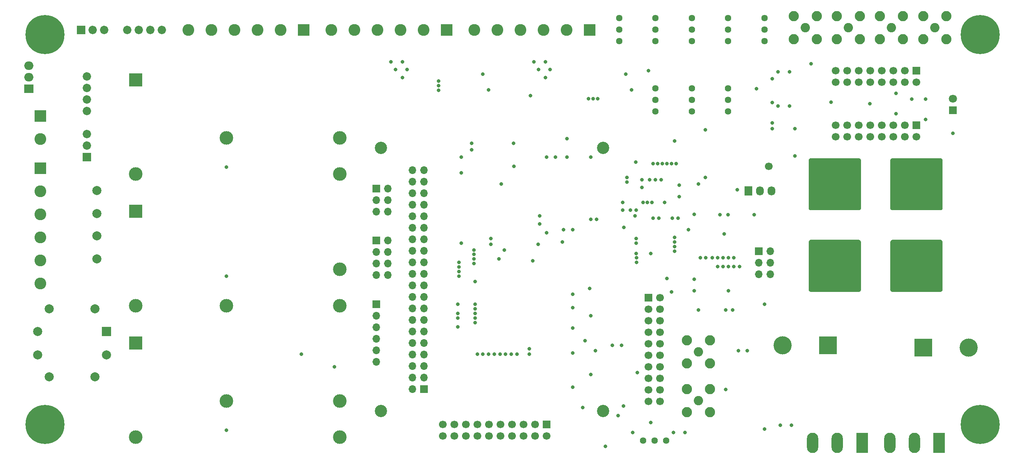
<source format=gbr>
G04 #@! TF.GenerationSoftware,KiCad,Pcbnew,5.1.7+dfsg1-1~bpo10+1*
G04 #@! TF.CreationDate,2020-10-25T22:46:56+01:00*
G04 #@! TF.ProjectId,RF-AMP-CNTLR_V1,52462d41-4d50-42d4-934e-544c525f5631,rev?*
G04 #@! TF.SameCoordinates,Original*
G04 #@! TF.FileFunction,Soldermask,Top*
G04 #@! TF.FilePolarity,Negative*
%FSLAX46Y46*%
G04 Gerber Fmt 4.6, Leading zero omitted, Abs format (unit mm)*
G04 Created by KiCad (PCBNEW 5.1.7+dfsg1-1~bpo10+1) date 2020-10-25 22:46:56*
%MOMM*%
%LPD*%
G01*
G04 APERTURE LIST*
%ADD10C,2.700000*%
%ADD11R,2.000000X2.000000*%
%ADD12C,2.000000*%
%ADD13C,1.850000*%
%ADD14R,1.850000X1.850000*%
%ADD15C,8.600000*%
%ADD16C,3.000000*%
%ADD17R,3.000000X3.000000*%
%ADD18C,2.600000*%
%ADD19R,2.600000X2.600000*%
%ADD20R,1.800000X1.800000*%
%ADD21C,1.800000*%
%ADD22R,1.700000X1.700000*%
%ADD23C,1.700000*%
%ADD24O,1.700000X1.700000*%
%ADD25R,4.000000X4.000000*%
%ADD26C,4.000000*%
%ADD27C,2.250000*%
%ADD28C,2.050000*%
%ADD29O,2.500000X4.500000*%
%ADD30R,2.500000X4.500000*%
%ADD31C,1.440000*%
%ADD32R,2.000000X1.905000*%
%ADD33O,2.000000X1.905000*%
%ADD34C,3.200000*%
%ADD35C,0.100000*%
%ADD36R,1.730000X2.030000*%
%ADD37O,1.730000X2.030000*%
%ADD38C,0.800000*%
G04 APERTURE END LIST*
D10*
X150000000Y-140000000D03*
D11*
X40600000Y-122500000D03*
D12*
X40600000Y-127600000D03*
X25400000Y-122500000D03*
X25400000Y-127600000D03*
D13*
X45160000Y-56000000D03*
X40080000Y-56000000D03*
X52780000Y-56000000D03*
X50240000Y-56000000D03*
X47700000Y-56000000D03*
X37540000Y-56000000D03*
D14*
X35000000Y-56000000D03*
D10*
X150000000Y-82000000D03*
X101000000Y-82000000D03*
X101000000Y-140000000D03*
D15*
X27000000Y-143000000D03*
X233000000Y-143000000D03*
X233000000Y-57000000D03*
X27000000Y-57000000D03*
D12*
X28000000Y-117500000D03*
X38000000Y-117500000D03*
X38000000Y-132500000D03*
X28000000Y-132500000D03*
D16*
X92000000Y-87800000D03*
X47000000Y-87800000D03*
X92000000Y-79800000D03*
D17*
X47000000Y-67000000D03*
X47000000Y-96000000D03*
D16*
X92000000Y-108800000D03*
X47000000Y-116800000D03*
X92000000Y-116800000D03*
X92000000Y-145800000D03*
X47000000Y-145800000D03*
X92000000Y-137800000D03*
D17*
X47000000Y-125000000D03*
D12*
X38500000Y-96500000D03*
X38500000Y-91420000D03*
X38500000Y-101420000D03*
X38500000Y-106500000D03*
D18*
X26000000Y-111900000D03*
X26000000Y-106820000D03*
X26000000Y-101740000D03*
X26000000Y-96660000D03*
X26000000Y-91580000D03*
D19*
X26000000Y-86500000D03*
X84000000Y-56000000D03*
D18*
X78920000Y-56000000D03*
X73840000Y-56000000D03*
X68760000Y-56000000D03*
X63680000Y-56000000D03*
X58600000Y-56000000D03*
D19*
X26000000Y-75000000D03*
D18*
X26000000Y-80080000D03*
D19*
X115500000Y-56000000D03*
D18*
X110420000Y-56000000D03*
X105340000Y-56000000D03*
X100260000Y-56000000D03*
X95180000Y-56000000D03*
X90100000Y-56000000D03*
X121600000Y-56000000D03*
X126680000Y-56000000D03*
X131760000Y-56000000D03*
X136840000Y-56000000D03*
X141920000Y-56000000D03*
D19*
X147000000Y-56000000D03*
D20*
X227000000Y-73750000D03*
D21*
X227000000Y-71210000D03*
D22*
X219000000Y-77000000D03*
D23*
X219000000Y-79540000D03*
X216460000Y-77000000D03*
X216460000Y-79540000D03*
X213920000Y-77000000D03*
X213920000Y-79540000D03*
X211380000Y-77000000D03*
X211380000Y-79540000D03*
X208840000Y-77000000D03*
X208840000Y-79540000D03*
X206300000Y-77000000D03*
X206300000Y-79540000D03*
X203760000Y-77000000D03*
X203760000Y-79540000D03*
X201220000Y-77000000D03*
X201220000Y-79540000D03*
X201220000Y-67540000D03*
X201220000Y-65000000D03*
X203760000Y-67540000D03*
X203760000Y-65000000D03*
X206300000Y-67540000D03*
X206300000Y-65000000D03*
X208840000Y-67540000D03*
X208840000Y-65000000D03*
X211380000Y-67540000D03*
X211380000Y-65000000D03*
X213920000Y-67540000D03*
X213920000Y-65000000D03*
X216460000Y-67540000D03*
X216460000Y-65000000D03*
X219000000Y-67540000D03*
D22*
X219000000Y-65000000D03*
X110500000Y-135200000D03*
D24*
X107960000Y-135200000D03*
X110500000Y-132660000D03*
X107960000Y-132660000D03*
X110500000Y-130120000D03*
X107960000Y-130120000D03*
X110500000Y-127580000D03*
X107960000Y-127580000D03*
X110500000Y-125040000D03*
X107960000Y-125040000D03*
X110500000Y-122500000D03*
X107960000Y-122500000D03*
X110500000Y-119960000D03*
X107960000Y-119960000D03*
X110500000Y-117420000D03*
X107960000Y-117420000D03*
X110500000Y-114880000D03*
X107960000Y-114880000D03*
X110500000Y-112340000D03*
X107960000Y-112340000D03*
X110500000Y-109800000D03*
X107960000Y-109800000D03*
X110500000Y-107260000D03*
X107960000Y-107260000D03*
X110500000Y-104720000D03*
X107960000Y-104720000D03*
X110500000Y-102180000D03*
X107960000Y-102180000D03*
X110500000Y-99640000D03*
X107960000Y-99640000D03*
X110500000Y-97100000D03*
X107960000Y-97100000D03*
X110500000Y-94560000D03*
X107960000Y-94560000D03*
X110500000Y-92020000D03*
X107960000Y-92020000D03*
X110500000Y-89480000D03*
X107960000Y-89480000D03*
X110500000Y-86940000D03*
X107960000Y-86940000D03*
D14*
X36250000Y-84000000D03*
D13*
X36250000Y-81460000D03*
X36250000Y-71300000D03*
X36250000Y-68760000D03*
X36250000Y-66220000D03*
X36250000Y-78920000D03*
X36250000Y-73840000D03*
D25*
X199500000Y-125500000D03*
D26*
X189500000Y-125500000D03*
X230500000Y-126000000D03*
D25*
X220500000Y-126000000D03*
D27*
X220460000Y-52960000D03*
X225540000Y-52960000D03*
X225540000Y-58040000D03*
X220460000Y-58040000D03*
D28*
X223000000Y-55500000D03*
X213500000Y-55500000D03*
D27*
X210960000Y-58040000D03*
X216040000Y-58040000D03*
X216040000Y-52960000D03*
X210960000Y-52960000D03*
X201460000Y-52960000D03*
X206540000Y-52960000D03*
X206540000Y-58040000D03*
X201460000Y-58040000D03*
D28*
X204000000Y-55500000D03*
X194500000Y-55500000D03*
D27*
X191960000Y-58040000D03*
X197040000Y-58040000D03*
X197040000Y-52960000D03*
X191960000Y-52960000D03*
X168460000Y-140290000D03*
X168460000Y-135210000D03*
X173540000Y-135210000D03*
X173540000Y-140290000D03*
D28*
X171000000Y-137750000D03*
X171000000Y-127000000D03*
D27*
X173540000Y-129540000D03*
X173540000Y-124460000D03*
X168460000Y-124460000D03*
X168460000Y-129540000D03*
D23*
X162540000Y-137860000D03*
X160000000Y-137860000D03*
X162540000Y-135320000D03*
X160000000Y-135320000D03*
X162540000Y-132780000D03*
X160000000Y-132780000D03*
X162540000Y-130240000D03*
X160000000Y-130240000D03*
X162540000Y-127700000D03*
X160000000Y-127700000D03*
X162540000Y-125160000D03*
X160000000Y-125160000D03*
X162540000Y-122620000D03*
X160000000Y-122620000D03*
X162540000Y-120080000D03*
X160000000Y-120080000D03*
X162540000Y-117540000D03*
X160000000Y-117540000D03*
X162540000Y-115000000D03*
D22*
X160000000Y-115000000D03*
X137500000Y-143000000D03*
D23*
X137500000Y-145540000D03*
X134960000Y-143000000D03*
X134960000Y-145540000D03*
X132420000Y-143000000D03*
X132420000Y-145540000D03*
X129880000Y-143000000D03*
X129880000Y-145540000D03*
X127340000Y-143000000D03*
X127340000Y-145540000D03*
X124800000Y-143000000D03*
X124800000Y-145540000D03*
X122260000Y-143000000D03*
X122260000Y-145540000D03*
X119720000Y-143000000D03*
X119720000Y-145540000D03*
X117180000Y-143000000D03*
X117180000Y-145540000D03*
X114640000Y-143000000D03*
X114640000Y-145540000D03*
D22*
X100000000Y-102380000D03*
D24*
X102540000Y-102380000D03*
X100000000Y-104920000D03*
X102540000Y-104920000D03*
X100000000Y-107460000D03*
X102540000Y-107460000D03*
X100000000Y-110000000D03*
X102540000Y-110000000D03*
D22*
X100000000Y-116500000D03*
D24*
X100000000Y-119040000D03*
X100000000Y-121580000D03*
X100000000Y-124120000D03*
X100000000Y-126660000D03*
X100000000Y-129200000D03*
X186790000Y-109830000D03*
X184250000Y-109830000D03*
X186790000Y-107290000D03*
X184250000Y-107290000D03*
X186790000Y-104750000D03*
D22*
X184250000Y-104750000D03*
X100000000Y-91000000D03*
D24*
X102540000Y-91000000D03*
X100000000Y-93540000D03*
X102540000Y-93540000D03*
X100000000Y-96080000D03*
X102540000Y-96080000D03*
D29*
X213100000Y-147000000D03*
X218550000Y-147000000D03*
D30*
X224000000Y-147000000D03*
X207000000Y-147000000D03*
D29*
X201550000Y-147000000D03*
X196100000Y-147000000D03*
D31*
X185500000Y-58500000D03*
X185500000Y-55960000D03*
X185500000Y-53420000D03*
X177500000Y-58500000D03*
X177500000Y-55960000D03*
X177500000Y-53420000D03*
X169500000Y-68920000D03*
X169500000Y-71460000D03*
X169500000Y-74000000D03*
X161500000Y-53420000D03*
X161500000Y-55960000D03*
X161500000Y-58500000D03*
X153500000Y-58500000D03*
X153500000Y-55960000D03*
X153500000Y-53420000D03*
X163830000Y-146500000D03*
X161290000Y-146500000D03*
X158750000Y-146500000D03*
X169500000Y-58500000D03*
X169500000Y-55960000D03*
X169500000Y-53420000D03*
X177500000Y-68920000D03*
X177500000Y-71460000D03*
X177500000Y-74000000D03*
X161500000Y-74000000D03*
X161500000Y-71460000D03*
X161500000Y-68920000D03*
D32*
X23500000Y-69000000D03*
D33*
X23500000Y-66460000D03*
X23500000Y-63920000D03*
D34*
X197000000Y-104000000D03*
X205000000Y-104000000D03*
X197000000Y-112000000D03*
X205000000Y-112000000D03*
D35*
G36*
X206347545Y-102259607D02*
G01*
X206441342Y-102288060D01*
X206527785Y-102334265D01*
X206603553Y-102396447D01*
X206665735Y-102472215D01*
X206711940Y-102558658D01*
X206740393Y-102652455D01*
X206750000Y-102750000D01*
X206750000Y-113250000D01*
X206740393Y-113347545D01*
X206711940Y-113441342D01*
X206665735Y-113527785D01*
X206603553Y-113603553D01*
X206527785Y-113665735D01*
X206441342Y-113711940D01*
X206347545Y-113740393D01*
X206250000Y-113750000D01*
X195750000Y-113750000D01*
X195652455Y-113740393D01*
X195558658Y-113711940D01*
X195472215Y-113665735D01*
X195396447Y-113603553D01*
X195334265Y-113527785D01*
X195288060Y-113441342D01*
X195259607Y-113347545D01*
X195250000Y-113250000D01*
X195250000Y-102750000D01*
X195259607Y-102652455D01*
X195288060Y-102558658D01*
X195334265Y-102472215D01*
X195396447Y-102396447D01*
X195472215Y-102334265D01*
X195558658Y-102288060D01*
X195652455Y-102259607D01*
X195750000Y-102250000D01*
X206250000Y-102250000D01*
X206347545Y-102259607D01*
G37*
G36*
X206347545Y-84259607D02*
G01*
X206441342Y-84288060D01*
X206527785Y-84334265D01*
X206603553Y-84396447D01*
X206665735Y-84472215D01*
X206711940Y-84558658D01*
X206740393Y-84652455D01*
X206750000Y-84750000D01*
X206750000Y-95250000D01*
X206740393Y-95347545D01*
X206711940Y-95441342D01*
X206665735Y-95527785D01*
X206603553Y-95603553D01*
X206527785Y-95665735D01*
X206441342Y-95711940D01*
X206347545Y-95740393D01*
X206250000Y-95750000D01*
X195750000Y-95750000D01*
X195652455Y-95740393D01*
X195558658Y-95711940D01*
X195472215Y-95665735D01*
X195396447Y-95603553D01*
X195334265Y-95527785D01*
X195288060Y-95441342D01*
X195259607Y-95347545D01*
X195250000Y-95250000D01*
X195250000Y-84750000D01*
X195259607Y-84652455D01*
X195288060Y-84558658D01*
X195334265Y-84472215D01*
X195396447Y-84396447D01*
X195472215Y-84334265D01*
X195558658Y-84288060D01*
X195652455Y-84259607D01*
X195750000Y-84250000D01*
X206250000Y-84250000D01*
X206347545Y-84259607D01*
G37*
D34*
X205000000Y-94000000D03*
X197000000Y-94000000D03*
X205000000Y-86000000D03*
X197000000Y-86000000D03*
X215000000Y-104000000D03*
X223000000Y-104000000D03*
X215000000Y-112000000D03*
X223000000Y-112000000D03*
D35*
G36*
X224347545Y-102259607D02*
G01*
X224441342Y-102288060D01*
X224527785Y-102334265D01*
X224603553Y-102396447D01*
X224665735Y-102472215D01*
X224711940Y-102558658D01*
X224740393Y-102652455D01*
X224750000Y-102750000D01*
X224750000Y-113250000D01*
X224740393Y-113347545D01*
X224711940Y-113441342D01*
X224665735Y-113527785D01*
X224603553Y-113603553D01*
X224527785Y-113665735D01*
X224441342Y-113711940D01*
X224347545Y-113740393D01*
X224250000Y-113750000D01*
X213750000Y-113750000D01*
X213652455Y-113740393D01*
X213558658Y-113711940D01*
X213472215Y-113665735D01*
X213396447Y-113603553D01*
X213334265Y-113527785D01*
X213288060Y-113441342D01*
X213259607Y-113347545D01*
X213250000Y-113250000D01*
X213250000Y-102750000D01*
X213259607Y-102652455D01*
X213288060Y-102558658D01*
X213334265Y-102472215D01*
X213396447Y-102396447D01*
X213472215Y-102334265D01*
X213558658Y-102288060D01*
X213652455Y-102259607D01*
X213750000Y-102250000D01*
X224250000Y-102250000D01*
X224347545Y-102259607D01*
G37*
G36*
X224347545Y-84259607D02*
G01*
X224441342Y-84288060D01*
X224527785Y-84334265D01*
X224603553Y-84396447D01*
X224665735Y-84472215D01*
X224711940Y-84558658D01*
X224740393Y-84652455D01*
X224750000Y-84750000D01*
X224750000Y-95250000D01*
X224740393Y-95347545D01*
X224711940Y-95441342D01*
X224665735Y-95527785D01*
X224603553Y-95603553D01*
X224527785Y-95665735D01*
X224441342Y-95711940D01*
X224347545Y-95740393D01*
X224250000Y-95750000D01*
X213750000Y-95750000D01*
X213652455Y-95740393D01*
X213558658Y-95711940D01*
X213472215Y-95665735D01*
X213396447Y-95603553D01*
X213334265Y-95527785D01*
X213288060Y-95441342D01*
X213259607Y-95347545D01*
X213250000Y-95250000D01*
X213250000Y-84750000D01*
X213259607Y-84652455D01*
X213288060Y-84558658D01*
X213334265Y-84472215D01*
X213396447Y-84396447D01*
X213472215Y-84334265D01*
X213558658Y-84288060D01*
X213652455Y-84259607D01*
X213750000Y-84250000D01*
X224250000Y-84250000D01*
X224347545Y-84259607D01*
G37*
D34*
X223000000Y-94000000D03*
X215000000Y-94000000D03*
X223000000Y-86000000D03*
X215000000Y-86000000D03*
D36*
X182000000Y-91500000D03*
D37*
X184540000Y-91500000D03*
X187080000Y-91500000D03*
D38*
X179500000Y-91250000D03*
X200200000Y-71900000D03*
X191000000Y-72750000D03*
X191000000Y-65250000D03*
X154250000Y-94000000D03*
X163500000Y-94000000D03*
X158500000Y-90750000D03*
X160500000Y-142500000D03*
X147000000Y-113000000D03*
X146000000Y-124500000D03*
X148250000Y-126750000D03*
X154000000Y-125500000D03*
X137500000Y-84000000D03*
X136000000Y-97000000D03*
X130250000Y-81000000D03*
X137500000Y-100750000D03*
X90750000Y-130250000D03*
X83500000Y-127500000D03*
X135750000Y-64750000D03*
X104250000Y-64750000D03*
X127500000Y-90000000D03*
X133750000Y-127500000D03*
X121750000Y-111500000D03*
X156250000Y-69250000D03*
X134000000Y-70500000D03*
X218000000Y-71250000D03*
X171000000Y-90000000D03*
X192250000Y-83750000D03*
X183750000Y-69000000D03*
X124750000Y-69250000D03*
X147250000Y-119000000D03*
X147250000Y-132000000D03*
X154500000Y-138900000D03*
X157000000Y-97000000D03*
X148500000Y-97750000D03*
X165750000Y-80500000D03*
X143250000Y-117250000D03*
X170000000Y-113500000D03*
X170000000Y-111000000D03*
X177600000Y-113500000D03*
X176600000Y-101000000D03*
X118750000Y-84000000D03*
X168750000Y-100000000D03*
X67000000Y-144250000D03*
X160000000Y-65000000D03*
X67000000Y-86250000D03*
X67000000Y-110250000D03*
X145500000Y-139250000D03*
X118750000Y-87500000D03*
X118750000Y-103000000D03*
X165000000Y-113750000D03*
D23*
X186500000Y-86100000D03*
D38*
X113724990Y-68275010D03*
X113724990Y-67275010D03*
X165500000Y-144750000D03*
D16*
X67000000Y-79800000D03*
D38*
X113724990Y-69275010D03*
X146750000Y-71200000D03*
X148750000Y-71200000D03*
X147750000Y-71200000D03*
X153250000Y-141000000D03*
D16*
X67000000Y-116800000D03*
D38*
X156500000Y-144750000D03*
X227000000Y-78750000D03*
X154250000Y-95750000D03*
D16*
X67000000Y-137800000D03*
D38*
X157500000Y-131500000D03*
X136000000Y-98750000D03*
X138250000Y-64750000D03*
X106750000Y-64750000D03*
X164000000Y-110800011D03*
X172500000Y-88500000D03*
X177000000Y-135250000D03*
X133750000Y-126250000D03*
X172500000Y-78000000D03*
X134500000Y-106899989D03*
X185500000Y-144000000D03*
X121500000Y-106500000D03*
X143250000Y-127250000D03*
X156000000Y-95750000D03*
X152000000Y-125500000D03*
X187250000Y-77750000D03*
X175750000Y-96750000D03*
X142000000Y-80000000D03*
X185500000Y-116500000D03*
X192250000Y-77750000D03*
X177500000Y-96750000D03*
X187261404Y-76488596D03*
X147250000Y-84000000D03*
X171000000Y-117750000D03*
X188511404Y-72761404D03*
X139500000Y-84000000D03*
X183250000Y-96750000D03*
X187250000Y-72000000D03*
X141000000Y-102750000D03*
X187190000Y-66750000D03*
X178500000Y-117750000D03*
X188500000Y-65250000D03*
X177000000Y-117750000D03*
X118250000Y-108250000D03*
X166056382Y-85481206D03*
X160750013Y-93999996D03*
X130300000Y-86100000D03*
X157250000Y-95750000D03*
X157200000Y-85100000D03*
X121750000Y-120500000D03*
X155243842Y-89524634D03*
X118000000Y-121500000D03*
X155250000Y-88500011D03*
X143250000Y-134750000D03*
X121500000Y-107500000D03*
X160250000Y-89000000D03*
X143250000Y-114250000D03*
X121500000Y-104500000D03*
X161500000Y-89000000D03*
X143250000Y-121700000D03*
X121500000Y-105500000D03*
X162750000Y-89000000D03*
X118250000Y-110250000D03*
X163000000Y-85500000D03*
X118250000Y-109250000D03*
X164000000Y-85500000D03*
X118250000Y-107250000D03*
X165000000Y-85500000D03*
X131000000Y-127500000D03*
X129750000Y-127500000D03*
X128500000Y-127500000D03*
X127250000Y-127500000D03*
X126000000Y-127500000D03*
X124750000Y-127500000D03*
X123500000Y-127500000D03*
X122250000Y-127500000D03*
X161000000Y-85500000D03*
X160999987Y-97500000D03*
X121000000Y-82400000D03*
X162000000Y-85500000D03*
X162249996Y-97500000D03*
X121000000Y-81000000D03*
X121750000Y-119500000D03*
X154563603Y-99563603D03*
X150500000Y-147750000D03*
X121750000Y-118499987D03*
X158750000Y-94000000D03*
X118000000Y-119500000D03*
X137250000Y-66500000D03*
X121750000Y-117499974D03*
X159750013Y-94000000D03*
X118000000Y-118500000D03*
X105750000Y-66500000D03*
X165250000Y-97500000D03*
X214500000Y-70000000D03*
X121750000Y-116499961D03*
X118000000Y-116500000D03*
X158500000Y-89000000D03*
X189000000Y-143099990D03*
X214500000Y-74500000D03*
X166511404Y-97511404D03*
X157250000Y-103000000D03*
X179750000Y-126750000D03*
X157250000Y-102000000D03*
X125250000Y-103250000D03*
X181750000Y-126750000D03*
X171400000Y-106200000D03*
X172600000Y-106200000D03*
X174000000Y-106200000D03*
X157300054Y-106250000D03*
X175200000Y-106200000D03*
X165750000Y-101750000D03*
X165750000Y-102750000D03*
X180000000Y-108200000D03*
X176400000Y-108200000D03*
X157300054Y-107250000D03*
X142000000Y-84000000D03*
X195750000Y-63500000D03*
X170077097Y-96672903D03*
X147250000Y-97750000D03*
X141250000Y-100000000D03*
X143250000Y-100000000D03*
X135630000Y-103270000D03*
X178800000Y-106200000D03*
X160500000Y-105250000D03*
X178800000Y-108200000D03*
X157250000Y-105250000D03*
X103250000Y-63000000D03*
X123500000Y-65750000D03*
X134750000Y-63000000D03*
X155000000Y-65750000D03*
X175200000Y-108200000D03*
X165750000Y-104750000D03*
X177600000Y-106200000D03*
X165745614Y-103750000D03*
X105750000Y-63000000D03*
X137250000Y-63000000D03*
X177600000Y-108200000D03*
X166750000Y-92750000D03*
X176400000Y-106200000D03*
X166750000Y-90250000D03*
X191500000Y-143099990D03*
X208750000Y-72250000D03*
X221000000Y-71250000D03*
X221000000Y-75750000D03*
X127000000Y-106500000D03*
X128250000Y-104500000D03*
X125250000Y-102000000D03*
X168000000Y-144750000D03*
M02*

</source>
